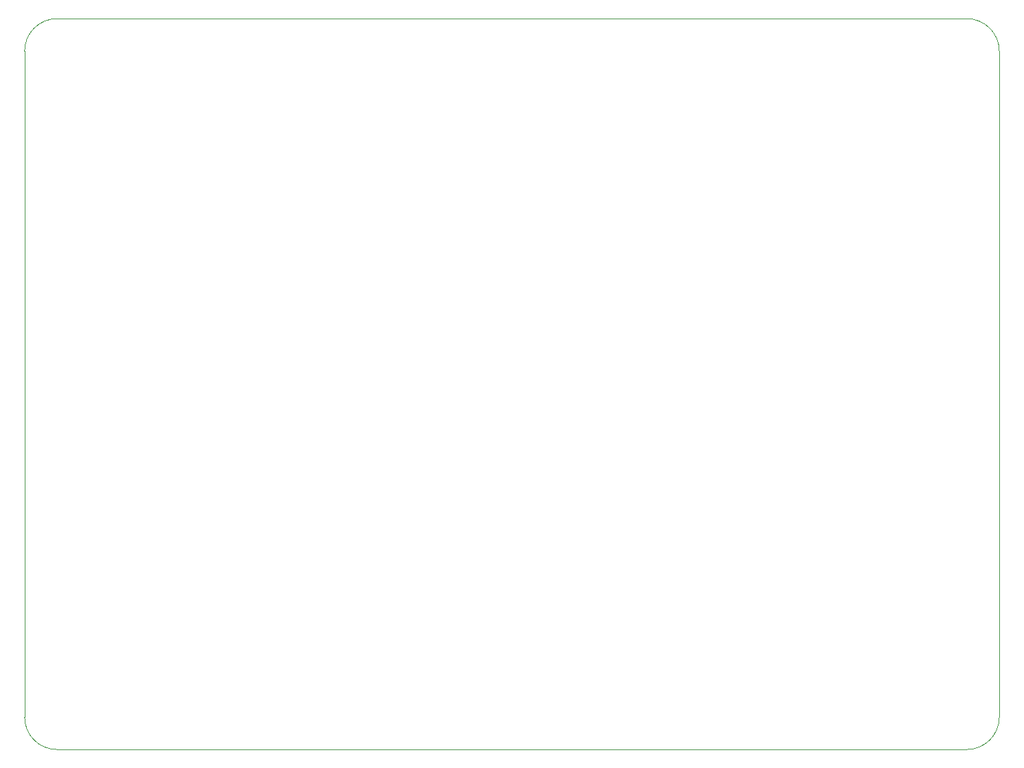
<source format=gbr>
%TF.GenerationSoftware,KiCad,Pcbnew,9.0.3*%
%TF.CreationDate,2025-08-09T20:59:16+02:00*%
%TF.ProjectId,Bobbycontroller,426f6262-7963-46f6-9e74-726f6c6c6572,rev?*%
%TF.SameCoordinates,Original*%
%TF.FileFunction,Profile,NP*%
%FSLAX46Y46*%
G04 Gerber Fmt 4.6, Leading zero omitted, Abs format (unit mm)*
G04 Created by KiCad (PCBNEW 9.0.3) date 2025-08-09 20:59:16*
%MOMM*%
%LPD*%
G01*
G04 APERTURE LIST*
%TA.AperFunction,Profile*%
%ADD10C,0.050000*%
%TD*%
G04 APERTURE END LIST*
D10*
X10000000Y-96000000D02*
X10000000Y-14000000D01*
X130000000Y-14000000D02*
X130000000Y-96000000D01*
X126000000Y-100000000D02*
X14000000Y-100000000D01*
X14000000Y-10000000D02*
X126000000Y-10000000D01*
X130000000Y-96000000D02*
G75*
G02*
X126000000Y-100000000I-4000000J0D01*
G01*
X126000000Y-10000000D02*
G75*
G02*
X130000000Y-14000000I0J-4000000D01*
G01*
X10000000Y-14000000D02*
G75*
G02*
X14000000Y-10000000I4000000J0D01*
G01*
X14000000Y-100000000D02*
G75*
G02*
X10000000Y-96000000I0J4000000D01*
G01*
M02*

</source>
